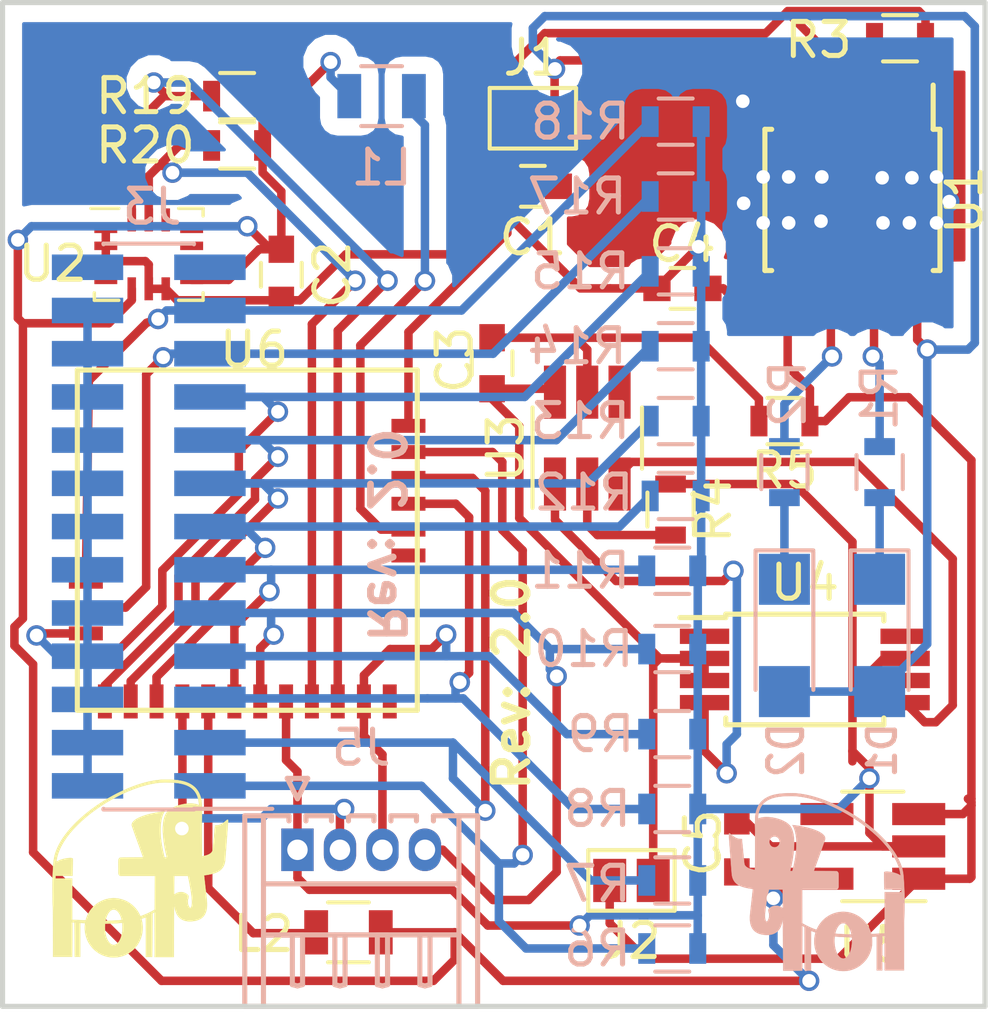
<source format=kicad_pcb>
(kicad_pcb (version 4) (host pcbnew 4.0.6)
  (title_block (title Insoles_Board) (date 2018-03-14) (rev 1.1) (company MAmIoT) (comment 1 "Dobrescu Cosmin Constantin"))
  (layers (0 F.Cu signal) (31 B.Cu signal) (34 B.Paste user) (35 F.Paste user) (36 B.SilkS user) (37 F.SilkS user) (38 B.Mask user) (39 F.Mask user) (44 Edge.Cuts user))
  (net 0 "")
  (net 1 "Net-(C1-Pad1)")
  (net 2 GND)
  (net 3 +2V5)
  (net 4 "Net-(C3-Pad1)")
  (net 5 B+)
  (net 6 /FSR0)
  (net 7 /FSR1)
  (net 8 /FSR2)
  (net 9 /FSR3)
  (net 10 /FSR4)
  (net 11 /FSR5)
  (net 12 /FSR6)
  (net 13 /FSR7)
  (net 14 /FSR8)
  (net 15 /FSR9)
  (net 16 /FSR10)
  (net 17 /FSR11)
  (net 18 /V_CNTRL)
  (net 19 "Net-(R3-Pad1)")
  (net 20 "Net-(R4-Pad1)")
  (net 21 /SCL)
  (net 22 /SDA)
  (net 23 "Net-(U2-Pad12)")
  (net 24 "Net-(U2-Pad4)")
  (net 25 "Net-(U2-Pad9)")
  (net 26 "Net-(U2-Pad10)")
  (net 27 "Net-(U2-Pad11)")
  (net 28 "Net-(U3-Pad1)")
  (net 29 "Net-(U3-Pad3)")
  (net 30 "Net-(U3-Pad4)")
  (net 31 "Net-(U4-Pad1)")
  (net 32 "Net-(U4-Pad8)")
  (net 33 "Net-(U5-Pad4)")
  (net 34 "Net-(U6-Pad7)")
  (net 35 "Net-(U6-Pad6)")
  (net 36 GND_BAT)
  (net 37 "Net-(L2-Pad2)")
  (net 38 "Net-(L1-Pad2)")
  (net 39 "Net-(J3-Pad25)")
  (net 40 "Net-(J3-Pad26)")
  (net 41 "Net-(J5-Pad2)")
  (net 42 "Net-(R2-Pad1)")
  (net 43 "Net-(R1-Pad1)")
  (net 44 "Net-(D1-Pad1)")
  (net 45 "Net-(D2-Pad1)")
  (net 46 "Net-(U1-Pad9)")
  (module Capacitors_SMD:C_0603 (layer F.Cu) (at 177.6 106.4 180)
    (fp_text reference C1 (at 0 -1.5 180) (layer F.SilkS))
    (fp_text value 0.1uF)
    (pad 2 smd rect (at 0.75 0 180) (size 0.8 0.75) (layers F.Cu F.Paste F.Mask) (net 2 GND))
    (pad 1 smd rect (at -0.75 0 180) (size 0.8 0.75) (layers F.Cu F.Paste F.Mask) (net 1 "Net-(C1-Pad1)"))
  )
  (module Capacitors_SMD:C_0603 (layer F.Cu) (at 170.2 109 270)
    (fp_text reference C2 (at 0 -1.5 270) (layer F.SilkS))
    (fp_text value 1uF)
    (pad 2 smd rect (at 0.75 0 270) (size 0.8 0.75) (layers F.Cu F.Paste F.Mask) (net 2 GND))
    (pad 1 smd rect (at -0.75 0 270) (size 0.8 0.75) (layers F.Cu F.Paste F.Mask) (net 3 +2V5))
  )
  (module Capacitors_SMD:C_0603 (layer F.Cu) (at 176.4 111.6 270)
    (fp_text reference C3 (at -0.1 1.1 270) (layer F.SilkS))
    (fp_text value 0.1uF)
    (pad 2 smd rect (at 0.75 0 270) (size 0.8 0.75) (layers F.Cu F.Paste F.Mask) (net 36 GND_BAT))
    (pad 1 smd rect (at -0.75 0 270) (size 0.8 0.75) (layers F.Cu F.Paste F.Mask) (net 4 "Net-(C3-Pad1)"))
  )
  (module Capacitors_SMD:C_0603 (layer F.Cu) (at 182 109.4 180)
    (fp_text reference C4 (at 0 1.3 180) (layer F.SilkS))
    (fp_text value 10uF)
    (pad 2 smd rect (at 0.75 0 180) (size 0.8 0.75) (layers F.Cu F.Paste F.Mask) (net 2 GND))
    (pad 1 smd rect (at -0.75 0 180) (size 0.8 0.75) (layers F.Cu F.Paste F.Mask) (net 5 B+))
  )
  (module Capacitors_SMD:C_0603 (layer F.Cu) (at 183.6 125.8 270)
    (fp_text reference C5 (at -0.1 1 270) (layer F.SilkS))
    (fp_text value 1uF)
    (pad 2 smd rect (at 0.75 0 270) (size 0.8 0.75) (layers F.Cu F.Paste F.Mask) (net 3 +2V5))
    (pad 1 smd rect (at -0.75 0 270) (size 0.8 0.75) (layers F.Cu F.Paste F.Mask) (net 2 GND))
  )
  (module Connectors:GS2 (layer F.Cu) (at 177.6 104.4 90)
    (fp_text reference J1 (at 1.78 0 180) (layer F.SilkS))
    (fp_text value CONN_Qi_RECEIVER)
    (pad 1 smd rect (at 0 -0.64 90) (size 1.27 0.97) (layers F.Cu F.Paste F.Mask) (net 2 GND))
    (pad 2 smd rect (at 0 0.64 90) (size 1.27 0.97) (layers F.Cu F.Paste F.Mask) (net 1 "Net-(C1-Pad1)"))
  )
  (module Connectors:GS2 (layer F.Cu) (at 180.5 126.8 270)
    (fp_text reference J2 (at 1.78 0 360) (layer F.SilkS))
    (fp_text value CONN_BATTERY)
    (pad 1 smd rect (at 0 -0.64 270) (size 1.27 0.97) (layers F.Cu F.Paste F.Mask) (net 36 GND_BAT))
    (pad 2 smd rect (at 0 0.64 270) (size 1.27 0.97) (layers F.Cu F.Paste F.Mask) (net 5 B+))
  )
  (module Socket_Strips:Socket_Strip_Straight_2x13_Pitch1.27mm_SMD (layer B.Cu) (at 166.3 116.4)
    (fp_text reference J3 (at 0.1 -9.4) (layer B.SilkS) (effects (justify mirror)))
    (fp_text value CONN_02X13)
    (pad 1 smd rect (at 1.8 7.62) (size 2.1 0.75) (layers B.Cu B.Paste B.Mask) (net 6 /FSR0))
    (pad 2 smd rect (at -1.8 7.62) (size 2.1 0.75) (layers B.Cu B.Paste B.Mask) (net 18 /V_CNTRL))
    (pad 3 smd rect (at 1.8 6.35) (size 2.1 0.75) (layers B.Cu B.Paste B.Mask) (net 7 /FSR1))
    (pad 4 smd rect (at -1.8 6.35) (size 2.1 0.75) (layers B.Cu B.Paste B.Mask) (net 18 /V_CNTRL))
    (pad 5 smd rect (at 1.8 5.08) (size 2.1 0.75) (layers B.Cu B.Paste B.Mask) (net 8 /FSR2))
    (pad 6 smd rect (at -1.8 5.08) (size 2.1 0.75) (layers B.Cu B.Paste B.Mask) (net 18 /V_CNTRL))
    (pad 7 smd rect (at 1.8 3.81) (size 2.1 0.75) (layers B.Cu B.Paste B.Mask) (net 9 /FSR3))
    (pad 8 smd rect (at -1.8 3.81) (size 2.1 0.75) (layers B.Cu B.Paste B.Mask) (net 18 /V_CNTRL))
    (pad 9 smd rect (at 1.8 2.54) (size 2.1 0.75) (layers B.Cu B.Paste B.Mask) (net 10 /FSR4))
    (pad 10 smd rect (at -1.8 2.54) (size 2.1 0.75) (layers B.Cu B.Paste B.Mask) (net 18 /V_CNTRL))
    (pad 11 smd rect (at 1.8 1.27) (size 2.1 0.75) (layers B.Cu B.Paste B.Mask) (net 11 /FSR5))
    (pad 12 smd rect (at -1.8 1.27) (size 2.1 0.75) (layers B.Cu B.Paste B.Mask) (net 18 /V_CNTRL))
    (pad 13 smd rect (at 1.8 0) (size 2.1 0.75) (layers B.Cu B.Paste B.Mask) (net 12 /FSR6))
    (pad 14 smd rect (at -1.8 0) (size 2.1 0.75) (layers B.Cu B.Paste B.Mask) (net 18 /V_CNTRL))
    (pad 15 smd rect (at 1.8 -1.27) (size 2.1 0.75) (layers B.Cu B.Paste B.Mask) (net 13 /FSR7))
    (pad 16 smd rect (at -1.8 -1.27) (size 2.1 0.75) (layers B.Cu B.Paste B.Mask) (net 18 /V_CNTRL))
    (pad 17 smd rect (at 1.8 -2.54) (size 2.1 0.75) (layers B.Cu B.Paste B.Mask) (net 14 /FSR8))
    (pad 18 smd rect (at -1.8 -2.54) (size 2.1 0.75) (layers B.Cu B.Paste B.Mask) (net 18 /V_CNTRL))
    (pad 19 smd rect (at 1.8 -3.81) (size 2.1 0.75) (layers B.Cu B.Paste B.Mask) (net 15 /FSR9))
    (pad 20 smd rect (at -1.8 -3.81) (size 2.1 0.75) (layers B.Cu B.Paste B.Mask) (net 18 /V_CNTRL))
    (pad 21 smd rect (at 1.8 -5.08) (size 2.1 0.75) (layers B.Cu B.Paste B.Mask) (net 16 /FSR10))
    (pad 22 smd rect (at -1.8 -5.08) (size 2.1 0.75) (layers B.Cu B.Paste B.Mask) (net 18 /V_CNTRL))
    (pad 23 smd rect (at 1.8 -6.35) (size 2.1 0.75) (layers B.Cu B.Paste B.Mask) (net 17 /FSR11))
    (pad 24 smd rect (at -1.8 -6.35) (size 2.1 0.75) (layers B.Cu B.Paste B.Mask) (net 18 /V_CNTRL))
    (pad 25 smd rect (at 1.8 -7.62) (size 2.1 0.75) (layers B.Cu B.Paste B.Mask) (net 39 "Net-(J3-Pad25)"))
    (pad 26 smd rect (at -1.8 -7.62) (size 2.1 0.75) (layers B.Cu B.Paste B.Mask) (net 40 "Net-(J3-Pad26)"))
  )
  (module Resistors_SMD:R_0603 (layer F.Cu) (at 188.4 102.05)
    (fp_text reference R3 (at -2.4 0.05) (layer F.SilkS))
    (fp_text value 6k)
    (pad 1 smd rect (at -0.75 0) (size 0.5 0.9) (layers F.Cu F.Paste F.Mask) (net 19 "Net-(R3-Pad1)"))
    (pad 2 smd rect (at 0.75 0) (size 0.5 0.9) (layers F.Cu F.Paste F.Mask) (net 2 GND))
  )
  (module Resistors_SMD:R_0603 (layer F.Cu) (at 181.65 115.9 90)
    (fp_text reference R4 (at 0 1.25 90) (layer F.SilkS))
    (fp_text value 1k)
    (pad 1 smd rect (at -0.75 0 90) (size 0.5 0.9) (layers F.Cu F.Paste F.Mask) (net 20 "Net-(R4-Pad1)"))
    (pad 2 smd rect (at 0.75 0 90) (size 0.5 0.9) (layers F.Cu F.Paste F.Mask) (net 2 GND))
  )
  (module Resistors_SMD:R_0603 (layer F.Cu) (at 185 113.3 180)
    (fp_text reference R5 (at 0 -1.45 180) (layer F.SilkS))
    (fp_text value 100)
    (pad 1 smd rect (at -0.75 0 180) (size 0.5 0.9) (layers F.Cu F.Paste F.Mask) (net 5 B+))
    (pad 2 smd rect (at 0.75 0 180) (size 0.5 0.9) (layers F.Cu F.Paste F.Mask) (net 4 "Net-(C3-Pad1)"))
  )
  (module Resistors_SMD:R_0603 (layer B.Cu) (at 181.7 128.8 180)
    (fp_text reference R6 (at 2.2 0 180) (layer B.SilkS) (effects (justify mirror)))
    (fp_text value 10k)
    (pad 1 smd rect (at -0.75 0 180) (size 0.5 0.9) (layers B.Cu B.Paste B.Mask) (net 2 GND))
    (pad 2 smd rect (at 0.75 0 180) (size 0.5 0.9) (layers B.Cu B.Paste B.Mask) (net 6 /FSR0))
  )
  (module Resistors_SMD:R_0603 (layer B.Cu) (at 181.7 126.8 180)
    (fp_text reference R7 (at 2.2 -0.1 180) (layer B.SilkS) (effects (justify mirror)))
    (fp_text value 10k)
    (pad 1 smd rect (at -0.75 0 180) (size 0.5 0.9) (layers B.Cu B.Paste B.Mask) (net 2 GND))
    (pad 2 smd rect (at 0.75 0 180) (size 0.5 0.9) (layers B.Cu B.Paste B.Mask) (net 7 /FSR1))
  )
  (module Resistors_SMD:R_0603 (layer B.Cu) (at 181.7 124.7 180)
    (fp_text reference R8 (at 2.2 0 180) (layer B.SilkS) (effects (justify mirror)))
    (fp_text value 10k)
    (pad 1 smd rect (at -0.75 0 180) (size 0.5 0.9) (layers B.Cu B.Paste B.Mask) (net 2 GND))
    (pad 2 smd rect (at 0.75 0 180) (size 0.5 0.9) (layers B.Cu B.Paste B.Mask) (net 8 /FSR2))
  )
  (module Resistors_SMD:R_0603 (layer B.Cu) (at 181.7 122.5 180)
    (fp_text reference R9 (at 2.1 0 180) (layer B.SilkS) (effects (justify mirror)))
    (fp_text value 10k)
    (pad 1 smd rect (at -0.75 0 180) (size 0.5 0.9) (layers B.Cu B.Paste B.Mask) (net 2 GND))
    (pad 2 smd rect (at 0.75 0 180) (size 0.5 0.9) (layers B.Cu B.Paste B.Mask) (net 9 /FSR3))
  )
  (module Resistors_SMD:R_0603 (layer B.Cu) (at 181.7 120 180)
    (fp_text reference R10 (at 2.6 0 180) (layer B.SilkS) (effects (justify mirror)))
    (fp_text value 10k)
    (pad 1 smd rect (at -0.75 0 180) (size 0.5 0.9) (layers B.Cu B.Paste B.Mask) (net 2 GND))
    (pad 2 smd rect (at 0.75 0 180) (size 0.5 0.9) (layers B.Cu B.Paste B.Mask) (net 10 /FSR4))
  )
  (module Resistors_SMD:R_0603 (layer B.Cu) (at 181.7 117.7 180)
    (fp_text reference R11 (at 2.7 0 180) (layer B.SilkS) (effects (justify mirror)))
    (fp_text value 10k)
    (pad 1 smd rect (at -0.75 0 180) (size 0.5 0.9) (layers B.Cu B.Paste B.Mask) (net 2 GND))
    (pad 2 smd rect (at 0.75 0 180) (size 0.5 0.9) (layers B.Cu B.Paste B.Mask) (net 11 /FSR5))
  )
  (module Resistors_SMD:R_0603 (layer B.Cu) (at 181.8 115.5 180)
    (fp_text reference R12 (at 2.7 0.1 180) (layer B.SilkS) (effects (justify mirror)))
    (fp_text value 10k)
    (pad 1 smd rect (at -0.75 0 180) (size 0.5 0.9) (layers B.Cu B.Paste B.Mask) (net 2 GND))
    (pad 2 smd rect (at 0.75 0 180) (size 0.5 0.9) (layers B.Cu B.Paste B.Mask) (net 12 /FSR6))
  )
  (module Resistors_SMD:R_0603 (layer B.Cu) (at 181.8 113.3 180)
    (fp_text reference R13 (at 2.8 0 180) (layer B.SilkS) (effects (justify mirror)))
    (fp_text value 10k)
    (pad 1 smd rect (at -0.75 0 180) (size 0.5 0.9) (layers B.Cu B.Paste B.Mask) (net 2 GND))
    (pad 2 smd rect (at 0.75 0 180) (size 0.5 0.9) (layers B.Cu B.Paste B.Mask) (net 13 /FSR7))
  )
  (module Resistors_SMD:R_0603 (layer B.Cu) (at 181.8 111.1 180)
    (fp_text reference R14 (at 2.9 0 180) (layer B.SilkS) (effects (justify mirror)))
    (fp_text value 10k)
    (pad 1 smd rect (at -0.75 0 180) (size 0.5 0.9) (layers B.Cu B.Paste B.Mask) (net 2 GND))
    (pad 2 smd rect (at 0.75 0 180) (size 0.5 0.9) (layers B.Cu B.Paste B.Mask) (net 14 /FSR8))
  )
  (module Resistors_SMD:R_0603 (layer B.Cu) (at 181.8 108.9 180)
    (fp_text reference R15 (at 2.8 0 180) (layer B.SilkS) (effects (justify mirror)))
    (fp_text value 10k)
    (pad 1 smd rect (at -0.75 0 180) (size 0.5 0.9) (layers B.Cu B.Paste B.Mask) (net 2 GND))
    (pad 2 smd rect (at 0.75 0 180) (size 0.5 0.9) (layers B.Cu B.Paste B.Mask) (net 15 /FSR9))
  )
  (module Resistors_SMD:R_0603 (layer B.Cu) (at 181.8 106.7 180)
    (fp_text reference R17 (at 2.9 0 180) (layer B.SilkS) (effects (justify mirror)))
    (fp_text value 10k)
    (pad 1 smd rect (at -0.75 0 180) (size 0.5 0.9) (layers B.Cu B.Paste B.Mask) (net 2 GND))
    (pad 2 smd rect (at 0.75 0 180) (size 0.5 0.9) (layers B.Cu B.Paste B.Mask) (net 16 /FSR10))
  )
  (module Resistors_SMD:R_0603 (layer B.Cu) (at 181.8 104.5 180)
    (fp_text reference R18 (at 2.8 0 180) (layer B.SilkS) (effects (justify mirror)))
    (fp_text value 10k)
    (pad 1 smd rect (at -0.75 0 180) (size 0.5 0.9) (layers B.Cu B.Paste B.Mask) (net 2 GND))
    (pad 2 smd rect (at 0.75 0 180) (size 0.5 0.9) (layers B.Cu B.Paste B.Mask) (net 17 /FSR11))
  )
  (module Resistors_SMD:R_0603 (layer F.Cu) (at 168.9 103.75 180)
    (fp_text reference R19 (at 2.7 0 180) (layer F.SilkS))
    (fp_text value 10k)
    (pad 1 smd rect (at -0.75 0 180) (size 0.5 0.9) (layers F.Cu F.Paste F.Mask) (net 3 +2V5))
    (pad 2 smd rect (at 0.75 0 180) (size 0.5 0.9) (layers F.Cu F.Paste F.Mask) (net 22 /SDA))
  )
  (module Resistors_SMD:R_0603 (layer F.Cu) (at 168.9 105.2 180)
    (fp_text reference R20 (at 2.7 0 180) (layer F.SilkS))
    (fp_text value 10k)
    (pad 1 smd rect (at -0.75 0 180) (size 0.5 0.9) (layers F.Cu F.Paste F.Mask) (net 3 +2V5))
    (pad 2 smd rect (at 0.75 0 180) (size 0.5 0.9) (layers F.Cu F.Paste F.Mask) (net 21 /SCL))
  )
  (module Housings_LGA:Bosch_LGA-14_3x2.5mm_Pitch0.5mm (layer F.Cu) (at 166.3 108.4)
    (fp_text reference U2 (at -2.825 0.275) (layer F.SilkS))
    (fp_text value ISM330DLC)
    (pad 13 smd rect (at 0 -1.0125) (size 0.25 0.675) (layers F.Cu F.Paste F.Mask) (net 21 /SCL))
    (pad 14 smd rect (at -0.5 -1.0125) (size 0.25 0.675) (layers F.Cu F.Paste F.Mask) (net 22 /SDA))
    (pad 12 smd rect (at 0.5 -1.0125) (size 0.25 0.675) (layers F.Cu F.Paste F.Mask) (net 23 "Net-(U2-Pad12)"))
    (pad 5 smd rect (at -0.5 1.0125) (size 0.25 0.675) (layers F.Cu F.Paste F.Mask) (net 3 +2V5))
    (pad 6 smd rect (at 0 1.0125) (size 0.25 0.675) (layers F.Cu F.Paste F.Mask) (net 2 GND))
    (pad 7 smd rect (at 0.5 1.0125) (size 0.25 0.675) (layers F.Cu F.Paste F.Mask) (net 2 GND))
    (pad 1 smd rect (at -1.2625 -0.75) (size 0.675 0.25) (layers F.Cu F.Paste F.Mask) (net 2 GND))
    (pad 2 smd rect (at -1.2625 -0.25) (size 0.675 0.25) (layers F.Cu F.Paste F.Mask) (net 2 GND))
    (pad 3 smd rect (at -1.2625 0.25) (size 0.675 0.25) (layers F.Cu F.Paste F.Mask) (net 2 GND))
    (pad 4 smd rect (at -1.2625 0.75) (size 0.675 0.25) (layers F.Cu F.Paste F.Mask) (net 24 "Net-(U2-Pad4)"))
    (pad 8 smd rect (at 1.2625 0.75) (size 0.675 0.25) (layers F.Cu F.Paste F.Mask) (net 3 +2V5))
    (pad 9 smd rect (at 1.2625 0.25) (size 0.675 0.25) (layers F.Cu F.Paste F.Mask) (net 25 "Net-(U2-Pad9)"))
    (pad 10 smd rect (at 1.2625 -0.25) (size 0.675 0.25) (layers F.Cu F.Paste F.Mask) (net 26 "Net-(U2-Pad10)"))
    (pad 11 smd rect (at 1.2625 -0.75) (size 0.675 0.25) (layers F.Cu F.Paste F.Mask) (net 27 "Net-(U2-Pad11)"))
  )
  (module TO_SOT_Packages_SMD:SOT-23-6_Handsoldering (layer F.Cu) (at 179.2 113.8 90)
    (fp_text reference U3 (at -0.3 -2.4 90) (layer F.SilkS))
    (fp_text value DW01A)
    (pad 1 smd rect (at -1.35 -0.95 90) (size 1.56 0.65) (layers F.Cu F.Paste F.Mask) (net 28 "Net-(U3-Pad1)"))
    (pad 2 smd rect (at -1.35 0 90) (size 1.56 0.65) (layers F.Cu F.Paste F.Mask) (net 20 "Net-(R4-Pad1)"))
    (pad 3 smd rect (at -1.35 0.95 90) (size 1.56 0.65) (layers F.Cu F.Paste F.Mask) (net 29 "Net-(U3-Pad3)"))
    (pad 4 smd rect (at 1.35 0.95 90) (size 1.56 0.65) (layers F.Cu F.Paste F.Mask) (net 30 "Net-(U3-Pad4)"))
    (pad 6 smd rect (at 1.35 -0.95 90) (size 1.56 0.65) (layers F.Cu F.Paste F.Mask) (net 36 GND_BAT))
    (pad 5 smd rect (at 1.35 0 90) (size 1.56 0.65) (layers F.Cu F.Paste F.Mask) (net 4 "Net-(C3-Pad1)"))
  )
  (module Housings_SSOP:TSSOP-8_4.4x3mm_Pitch0.65mm (layer F.Cu) (at 185.6 120.6)
    (fp_text reference U4 (at 0 -2.55) (layer F.SilkS))
    (fp_text value FS8205A)
    (pad 1 smd rect (at -2.95 -0.975) (size 1.45 0.45) (layers F.Cu F.Paste F.Mask) (net 31 "Net-(U4-Pad1)"))
    (pad 2 smd rect (at -2.95 -0.325) (size 1.45 0.45) (layers F.Cu F.Paste F.Mask) (net 36 GND_BAT))
    (pad 3 smd rect (at -2.95 0.325) (size 1.45 0.45) (layers F.Cu F.Paste F.Mask) (net 36 GND_BAT))
    (pad 4 smd rect (at -2.95 0.975) (size 1.45 0.45) (layers F.Cu F.Paste F.Mask) (net 28 "Net-(U3-Pad1)"))
    (pad 5 smd rect (at 2.95 0.975) (size 1.45 0.45) (layers F.Cu F.Paste F.Mask) (net 29 "Net-(U3-Pad3)"))
    (pad 6 smd rect (at 2.95 0.325) (size 1.45 0.45) (layers F.Cu F.Paste F.Mask) (net 2 GND))
    (pad 7 smd rect (at 2.95 -0.325) (size 1.45 0.45) (layers F.Cu F.Paste F.Mask) (net 2 GND))
    (pad 8 smd rect (at 2.95 -0.975) (size 1.45 0.45) (layers F.Cu F.Paste F.Mask) (net 32 "Net-(U4-Pad8)"))
  )
  (module TO_SOT_Packages_SMD:SOT-23-5_HandSoldering (layer F.Cu) (at 187.6 125.8 180)
    (fp_text reference U5 (at 0 -2.9 180) (layer F.SilkS))
    (fp_text value ADP150)
    (pad 1 smd rect (at -1.35 -0.95 180) (size 1.56 0.65) (layers F.Cu F.Paste F.Mask) (net 5 B+))
    (pad 2 smd rect (at -1.35 0 180) (size 1.56 0.65) (layers F.Cu F.Paste F.Mask) (net 2 GND))
    (pad 3 smd rect (at -1.35 0.95 180) (size 1.56 0.65) (layers F.Cu F.Paste F.Mask) (net 5 B+))
    (pad 4 smd rect (at 1.35 0.95 180) (size 1.56 0.65) (layers F.Cu F.Paste F.Mask) (net 33 "Net-(U5-Pad4)"))
    (pad 5 smd rect (at 1.35 -0.95 180) (size 1.56 0.65) (layers F.Cu F.Paste F.Mask) (net 3 +2V5))
  )
  (module Digikey_EZ_BLE:CYBLE-222014-00 (layer F.Cu) (at 174.2 111.8)
    (fp_text reference U6 (at -4.8 -0.6) (layer F.SilkS))
    (fp_text value CYBLE-222014-01)
    (pad 6 smd rect (at -0.26 5.45) (size 1 0.41) (layers F.Cu F.Paste F.Mask) (net 35 "Net-(U6-Pad6)"))
    (pad 22 smd rect (at -9.75 6.22) (size 1 0.41) (layers F.Cu F.Paste F.Mask) (net 17 /FSR11))
    (pad 21 smd rect (at -9.75 6.98) (size 1 0.41) (layers F.Cu F.Paste F.Mask) (net 16 /FSR10))
    (pad 20 smd rect (at -9.75 7.74) (size 1 0.41) (layers F.Cu F.Paste F.Mask) (net 18 /V_CNTRL))
    (pad 19 smd rect (at -9.75 8.5) (size 1 0.41) (layers F.Cu F.Paste F.Mask) (net 15 /FSR9))
    (pad 18 smd rect (at -9.19 9.74 90) (size 1 0.41) (layers F.Cu F.Paste F.Mask) (net 14 /FSR8))
    (pad 17 smd rect (at -8.43 9.74 90) (size 1 0.41) (layers F.Cu F.Paste F.Mask) (net 13 /FSR7))
    (pad 16 smd rect (at -7.67 9.74 90) (size 1 0.41) (layers F.Cu F.Paste F.Mask) (net 12 /FSR6))
    (pad 15 smd rect (at -6.91 9.74 90) (size 1 0.41) (layers F.Cu F.Paste F.Mask) (net 41 "Net-(J5-Pad2)"))
    (pad 14 smd rect (at -6.15 9.74 90) (size 1 0.41) (layers F.Cu F.Paste F.Mask) (net 37 "Net-(L2-Pad2)"))
    (pad 13 smd rect (at -5.38 9.74 90) (size 1 0.41) (layers F.Cu F.Paste F.Mask) (net 11 /FSR5))
    (pad 12 smd rect (at -4.62 9.74 90) (size 1 0.41) (layers F.Cu F.Paste F.Mask) (net 10 /FSR4))
    (pad 11 smd rect (at -3.86 9.74 90) (size 1 0.41) (layers F.Cu F.Paste F.Mask) (net 2 GND))
    (pad 10 smd rect (at -3.1 9.74 90) (size 1 0.41) (layers F.Cu F.Paste F.Mask) (net 21 /SCL))
    (pad 9 smd rect (at -2.34 9.74 90) (size 1 0.41) (layers F.Cu F.Paste F.Mask) (net 22 /SDA))
    (pad 8 smd rect (at -1.57 9.74 90) (size 1 0.41) (layers F.Cu F.Paste F.Mask) (net 9 /FSR3))
    (pad 7 smd rect (at -0.81 9.74 90) (size 1 0.41) (layers F.Cu F.Paste F.Mask) (net 34 "Net-(U6-Pad7)"))
    (pad 5 smd rect (at -0.26 4.69) (size 1 0.41) (layers F.Cu F.Paste F.Mask) (net 38 "Net-(L1-Pad2)"))
    (pad 4 smd rect (at -0.26 3.93) (size 1 0.41) (layers F.Cu F.Paste F.Mask) (net 8 /FSR2))
    (pad 3 smd rect (at -0.26 3.17) (size 1 0.41) (layers F.Cu F.Paste F.Mask) (net 7 /FSR1))
    (pad 2 smd rect (at -0.26 2.41) (size 1 0.41) (layers F.Cu F.Paste F.Mask) (net 6 /FSR0))
    (pad 1 smd rect (at -0.26 1.64) (size 1 0.41) (layers F.Cu F.Paste F.Mask) (net 2 GND))
  )
  (module Resistors_SMD:R_0603 (layer B.Cu) (at 187.8 114.8 270)
    (fp_text reference R1 (at -2.2 0 270) (layer B.SilkS) (effects (justify mirror)))
    (fp_text value 1k)
    (pad 1 smd rect (at -0.75 0 270) (size 0.5 0.9) (layers B.Cu B.Paste B.Mask) (net 43 "Net-(R1-Pad1)"))
    (pad 2 smd rect (at 0.75 0 270) (size 0.5 0.9) (layers B.Cu B.Paste B.Mask) (net 44 "Net-(D1-Pad1)"))
  )
  (module Resistors_SMD:R_0603 (layer B.Cu) (at 185 114.8 270)
    (fp_text reference R2 (at -2.3 -0.1 270) (layer B.SilkS) (effects (justify mirror)))
    (fp_text value 1k)
    (pad 1 smd rect (at -0.75 0 270) (size 0.5 0.9) (layers B.Cu B.Paste B.Mask) (net 42 "Net-(R2-Pad1)"))
    (pad 2 smd rect (at 0.75 0 270) (size 0.5 0.9) (layers B.Cu B.Paste B.Mask) (net 45 "Net-(D2-Pad1)"))
  )
  (module LEDs:LED_1206 (layer B.Cu) (at 187.8 119.6 270)
    (fp_text reference D1 (at 3.375 -0.075 270) (layer B.SilkS) (effects (font (size 0.8 0.8)) (justify mirror)))
    (fp_text value LED)
    (pad 2 smd rect (at 1.65 0 90) (size 1.5 1.5) (layers B.Cu B.Paste B.Mask) (net 1 "Net-(C1-Pad1)"))
    (pad 1 smd rect (at -1.65 0 90) (size 1.5 1.5) (layers B.Cu B.Paste B.Mask) (net 44 "Net-(D1-Pad1)"))
  )
  (module LEDs:LED_1206 (layer B.Cu) (at 185 119.6 270)
    (fp_text reference D2 (at 3.375 -0.05 270) (layer B.SilkS) (effects (font (size 1 0.8)) (justify mirror)))
    (fp_text value LED)
    (pad 2 smd rect (at 1.65 0 90) (size 1.5 1.5) (layers B.Cu B.Paste B.Mask) (net 1 "Net-(C1-Pad1)"))
    (pad 1 smd rect (at -1.65 0 90) (size 1.5 1.5) (layers B.Cu B.Paste B.Mask) (net 45 "Net-(D2-Pad1)"))
  )
  (module Connectors_Hirose:Hirose_DF13-04P-1.25DS_04x1.25mm_Angled (layer B.Cu) (at 170.675 125.9)
    (fp_text reference J5 (at 1.875 -3) (layer B.SilkS) (effects (justify mirror)))
    (fp_text value SWD)
    (pad 1 thru_hole rect (at 0 0) (size 0.95 1.25) (drill 0.6) (layers *.Cu *.Mask) (net 2 GND))
    (pad 2 thru_hole oval (at 1.25 0) (size 0.95 1.25) (drill 0.6) (layers *.Cu *.Mask) (net 41 "Net-(J5-Pad2)"))
    (pad 3 thru_hole oval (at 2.5 0) (size 0.95 1.25) (drill 0.6) (layers *.Cu *.Mask) (net 9 /FSR3))
    (pad 4 thru_hole oval (at 3.75 0) (size 0.95 1.25) (drill 0.6) (layers *.Cu *.Mask) (net 10 /FSR4))
  )
  (module Housings_SOIC:Diodes_PSOP-8 (layer F.Cu) (at 187 106.8 270)
    (fp_text reference U1 (at 0 -3.3 270) (layer F.SilkS))
    (fp_text value TP4056)
    (pad 1 smd rect (at -2.7 -1.905 270) (size 1.5 0.65) (layers F.Cu F.Paste F.Mask) (net 2 GND))
    (pad 2 smd rect (at -2.7 -0.635 270) (size 1.5 0.65) (layers F.Cu F.Paste F.Mask) (net 19 "Net-(R3-Pad1)"))
    (pad 3 smd rect (at -2.7 0.635 270) (size 1.5 0.65) (layers F.Cu F.Paste F.Mask) (net 2 GND))
    (pad 4 smd rect (at -2.7 1.905 270) (size 1.5 0.65) (layers F.Cu F.Paste F.Mask) (net 1 "Net-(C1-Pad1)"))
    (pad 5 smd rect (at 2.7 1.905 270) (size 1.5 0.65) (layers F.Cu F.Paste F.Mask) (net 5 B+))
    (pad 6 smd rect (at 2.7 0.635 270) (size 1.5 0.65) (layers F.Cu F.Paste F.Mask) (net 42 "Net-(R2-Pad1)"))
    (pad 7 smd rect (at 2.7 -0.635 270) (size 1.5 0.65) (layers F.Cu F.Paste F.Mask) (net 43 "Net-(R1-Pad1)"))
    (pad 8 smd rect (at 2.7 -1.905 270) (size 1.5 0.65) (layers F.Cu F.Paste F.Mask) (net 1 "Net-(C1-Pad1)"))
    (pad 9 smd rect (at 0.675 0.9 270) (size 1.35 1.8) (layers F.Cu F.Paste F.Mask) (net 46 "Net-(U1-Pad9)"))
    (pad 9 smd rect (at 0.675 -0.9 270) (size 1.35 1.8) (layers F.Cu F.Paste F.Mask) (net 46 "Net-(U1-Pad9)"))
    (pad 9 smd rect (at -0.675 0.9 270) (size 1.35 1.8) (layers F.Cu F.Paste F.Mask) (net 46 "Net-(U1-Pad9)"))
    (pad 9 smd rect (at -0.675 -0.9 270) (size 1.35 1.8) (layers F.Cu F.Paste F.Mask) (net 46 "Net-(U1-Pad9)"))
  )
  (module Graphics:logo_mamiot_V2 (layer F.Cu) (at 166.05 126.45)
    (fp_text reference G*** hide)
    (fp_text value LOGO hide)
  )
  (module Graphics:logo_mamiot_V2 (layer B.Cu) (at 185.95 126.85 180)
    (fp_text reference G*** hide)
    (fp_text value LOGO hide)
  )
  (module Inductors_SMD:L_0805 (layer B.Cu) (at 173.15 103.75)
    (fp_text reference L1 (at 0 2.1) (layer B.SilkS) (effects (justify mirror)))
    (fp_text value "300ohm 100MHz")
    (pad 1 smd rect (at -0.95 0) (size 0.7 1.3) (layers B.Cu B.Paste B.Mask) (net 3 +2V5))
    (pad 2 smd rect (at 0.95 0) (size 0.7 1.3) (layers B.Cu B.Paste B.Mask) (net 38 "Net-(L1-Pad2)"))
  )
  (module Inductors_SMD:L_0805 (layer F.Cu) (at 172.175 128.325 180)
    (fp_text reference L2 (at 2.5 -0.05 180) (layer F.SilkS))
    (fp_text value "300ohm 100MHz")
    (pad 1 smd rect (at -0.95 0 180) (size 0.7 1.3) (layers F.Cu F.Paste F.Mask) (net 3 +2V5))
    (pad 2 smd rect (at 0.95 0 180) (size 0.7 1.3) (layers F.Cu F.Paste F.Mask) (net 37 "Net-(L2-Pad2)"))
  )
  (gr_text "Rev: 2.0" (at 173.275 116.65 270) (layer B.SilkS) (effects (font (size 1 1) (thickness 0.2)) (justify mirror)))
  (gr_text "Rev: 2.0" (at 176.975 121 90) (layer F.SilkS) (effects (font (size 1 1) (thickness 0.2))))
  (gr_line (start 162 101) (end 162 130.5) (angle 90) (layer Edge.Cuts) (width 0.15))
  (gr_line (start 190.9 101) (end 162 101) (angle 90) (layer Edge.Cuts) (width 0.15))
  (gr_line (start 190.9 130.5) (end 190.9 101) (angle 90) (layer Edge.Cuts) (width 0.15))
  (gr_line (start 162 130.5) (end 190.9 130.5) (angle 90) (layer Edge.Cuts) (width 0.15))
  (segment (start 189.2 111.2) (end 190.4 111.2) (width 0.25) (layer B.Cu) (net 1))
  (segment (start 178.24 102.94) (end 178.24 102.86) (width 0.25) (layer F.Cu) (net 1))
  (segment (start 178.25 102.95) (end 178.24 102.94) (width 0.25) (layer F.Cu) (net 1))
  (via (at 178.25 102.95) (size 0.6) (drill 0.4) (layers F.Cu B.Cu) (net 1))
  (segment (start 177.6 102.3) (end 178.25 102.95) (width 0.25) (layer B.Cu) (net 1))
  (segment (start 177.6 101.75) (end 177.6 102.3) (width 0.25) (layer B.Cu) (net 1))
  (segment (start 177.95 101.4) (end 177.6 101.75) (width 0.25) (layer B.Cu) (net 1))
  (segment (start 190.3 101.4) (end 177.95 101.4) (width 0.25) (layer B.Cu) (net 1))
  (segment (start 190.6 101.7) (end 190.3 101.4) (width 0.25) (layer B.Cu) (net 1))
  (segment (start 190.6 111) (end 190.6 101.7) (width 0.25) (layer B.Cu) (net 1))
  (segment (start 190.4 111.2) (end 190.6 111) (width 0.25) (layer B.Cu) (net 1))
  (segment (start 185.095 104.1) (end 185.095 103.295) (width 0.25) (layer F.Cu) (net 1))
  (segment (start 178.4 102.7) (end 183.7 102.7) (width 0.25) (layer F.Cu) (net 1))
  (segment (start 178.24 102.86) (end 178.4 102.7) (width 0.25) (layer F.Cu) (net 1))
  (segment (start 184.35 102.7) (end 183.7 102.7) (width 0.25) (layer F.Cu) (net 1))
  (segment (start 184.5 102.7) (end 184.35 102.7) (width 0.25) (layer F.Cu) (net 1))
  (segment (start 185.095 103.295) (end 184.5 102.7) (width 0.25) (layer F.Cu) (net 1))
  (segment (start 178.24 104.4) (end 178.24 102.86) (width 0.25) (layer F.Cu) (net 1))
  (segment (start 188.905 109.5) (end 188.905 110.905) (width 0.25) (layer F.Cu) (net 1))
  (via (at 189.2 111.2) (size 0.6) (drill 0.4) (layers F.Cu B.Cu) (net 1))
  (segment (start 188.905 110.905) (end 189.2 111.2) (width 0.25) (layer F.Cu) (net 1))
  (segment (start 189.2 111.2) (end 189.2 119.85) (width 0.25) (layer B.Cu) (net 1))
  (segment (start 189.2 119.85) (end 187.8 121.25) (width 0.25) (layer B.Cu) (net 1))
  (segment (start 185 121.25) (end 187.8 121.25) (width 0.25) (layer B.Cu) (net 1))
  (segment (start 178.24 104.4) (end 178.24 106.29) (width 0.25) (layer F.Cu) (net 1))
  (segment (start 178.24 106.29) (end 178.35 106.4) (width 0.25) (layer F.Cu) (net 1))
  (segment (start 181.25 109.4) (end 182.475 108.175) (width 0.25) (layer F.Cu) (net 2))
  (segment (start 182.55 108.25) (end 182.55 108.9) (width 0.25) (layer B.Cu) (net 2))
  (segment (start 182.475 108.175) (end 182.55 108.25) (width 0.25) (layer B.Cu) (net 2))
  (via (at 182.475 108.175) (size 0.6) (drill 0.4) (layers F.Cu B.Cu) (net 2))
  (segment (start 186.365 104.1) (end 186.365 102.565) (width 0.25) (layer F.Cu) (net 2))
  (segment (start 186.365 102.565) (end 185.075 101.275) (width 0.25) (layer F.Cu) (net 2))
  (segment (start 188.905 104.1) (end 188.905 103.095) (width 0.25) (layer F.Cu) (net 2))
  (segment (start 189.15 102.85) (end 189.15 102.05) (width 0.25) (layer F.Cu) (net 2))
  (segment (start 188.905 103.095) (end 189.15 102.85) (width 0.25) (layer F.Cu) (net 2))
  (segment (start 182.55 106.7) (end 182.55 104.5) (width 0.25) (layer B.Cu) (net 2))
  (segment (start 182.55 108.9) (end 182.55 106.7) (width 0.25) (layer B.Cu) (net 2))
  (segment (start 170.675 125.9) (end 170.675 126.725) (width 0.25) (layer F.Cu) (net 2))
  (segment (start 179.275 127.825) (end 182.45 127.825) (width 0.25) (layer B.Cu) (net 2))
  (segment (start 178.975 128.125) (end 179.275 127.825) (width 0.25) (layer B.Cu) (net 2))
  (via (at 178.975 128.125) (size 0.6) (drill 0.4) (layers F.Cu B.Cu) (net 2))
  (segment (start 176.275 128.125) (end 178.975 128.125) (width 0.25) (layer F.Cu) (net 2))
  (segment (start 175.225 127.075) (end 176.275 128.125) (width 0.25) (layer F.Cu) (net 2))
  (segment (start 171.025 127.075) (end 175.225 127.075) (width 0.25) (layer F.Cu) (net 2))
  (segment (start 170.675 126.725) (end 171.025 127.075) (width 0.25) (layer F.Cu) (net 2))
  (segment (start 170.675 125.9) (end 170.675 123.6) (width 0.25) (layer F.Cu) (net 2))
  (segment (start 170.34 123.265) (end 170.34 121.54) (width 0.25) (layer F.Cu) (net 2))
  (segment (start 170.675 123.6) (end 170.34 123.265) (width 0.25) (layer F.Cu) (net 2))
  (segment (start 182.55 108.9) (end 182.55 108.85) (width 0.25) (layer B.Cu) (net 2))
  (segment (start 183.6 125.05) (end 183.85 125.05) (width 0.25) (layer F.Cu) (net 2))
  (segment (start 183.85 125.05) (end 184.6 125.8) (width 0.25) (layer F.Cu) (net 2))
  (segment (start 184.6 125.8) (end 188.95 125.8) (width 0.25) (layer F.Cu) (net 2))
  (segment (start 187.5 123.8) (end 187.5 125.4) (width 0.25) (layer F.Cu) (net 2))
  (segment (start 187.5 125.4) (end 187.9 125.8) (width 0.25) (layer F.Cu) (net 2))
  (segment (start 188.95 125.8) (end 187.9 125.8) (width 0.25) (layer F.Cu) (net 2))
  (segment (start 182.55 108.9) (end 182.55 111.1) (width 0.25) (layer B.Cu) (net 2))
  (segment (start 182.45 120) (end 182.45 117.7) (width 0.25) (layer B.Cu) (net 2))
  (segment (start 182.45 117.7) (end 182.55 117.6) (width 0.25) (layer B.Cu) (net 2))
  (segment (start 182.55 117.6) (end 182.55 115.5) (width 0.25) (layer B.Cu) (net 2))
  (segment (start 170.2 109.75) (end 170.75 109.75) (width 0.25) (layer F.Cu) (net 2))
  (segment (start 172.1 108.4) (end 176.225 108.4) (width 0.25) (layer F.Cu) (net 2))
  (segment (start 170.75 109.75) (end 172.1 108.4) (width 0.25) (layer F.Cu) (net 2))
  (segment (start 173.94 113.44) (end 173.94 110.685) (width 0.25) (layer F.Cu) (net 2))
  (segment (start 173.94 110.685) (end 176.225 108.4) (width 0.25) (layer F.Cu) (net 2))
  (segment (start 176.85 107.775) (end 176.85 106.4) (width 0.25) (layer F.Cu) (net 2))
  (segment (start 176.225 108.4) (end 176.85 107.775) (width 0.25) (layer F.Cu) (net 2))
  (segment (start 187.5 123.8) (end 187.5 123.5) (width 0.25) (layer F.Cu) (net 2))
  (segment (start 187.5 123.5) (end 187 123) (width 0.25) (layer F.Cu) (net 2))
  (via (at 187.5 123.8) (size 0.6) (drill 0.4) (layers F.Cu B.Cu) (net 2))
  (segment (start 186.6 124.7) (end 187.5 123.8) (width 0.25) (layer B.Cu) (net 2))
  (segment (start 182.45 124.7) (end 186.6 124.7) (width 0.25) (layer B.Cu) (net 2))
  (segment (start 182.55 111.1) (end 182.55 113.3) (width 0.25) (layer B.Cu) (net 2))
  (segment (start 182.55 113.3) (end 182.55 115.5) (width 0.25) (layer B.Cu) (net 2))
  (segment (start 182.55 115.5) (end 182.45 115.6) (width 0.25) (layer B.Cu) (net 2))
  (segment (start 182.45 120) (end 182.45 122.5) (width 0.25) (layer B.Cu) (net 2))
  (segment (start 182.45 122.5) (end 182.45 124.7) (width 0.25) (layer B.Cu) (net 2))
  (segment (start 182.45 124.7) (end 182.45 126.8) (width 0.25) (layer B.Cu) (net 2))
  (segment (start 182.45 126.8) (end 182.45 127.825) (width 0.25) (layer B.Cu) (net 2))
  (segment (start 182.45 127.825) (end 182.45 128.8) (width 0.25) (layer B.Cu) (net 2))
  (segment (start 181.65 115.15) (end 185.3 115.15) (width 0.25) (layer F.Cu) (net 2))
  (segment (start 187 116.85) (end 187 121.2) (width 0.25) (layer F.Cu) (net 2))
  (segment (start 185.3 115.15) (end 187 116.85) (width 0.25) (layer F.Cu) (net 2))
  (segment (start 165.0375 107.65) (end 165.0375 108.15) (width 0.25) (layer F.Cu) (net 2))
  (segment (start 165.0375 108.15) (end 165.0375 108.65) (width 0.25) (layer F.Cu) (net 2))
  (segment (start 165.0375 108.65) (end 165.0875 108.6) (width 0.25) (layer F.Cu) (net 2))
  (segment (start 165.0875 108.6) (end 166.2 108.6) (width 0.25) (layer F.Cu) (net 2))
  (segment (start 166.2 108.6) (end 166.3 108.7) (width 0.25) (layer F.Cu) (net 2))
  (segment (start 166.3 108.7) (end 166.3 109.4125) (width 0.25) (layer F.Cu) (net 2))
  (segment (start 166.3 109.4125) (end 166.8 109.4125) (width 0.25) (layer F.Cu) (net 2))
  (segment (start 166.8 109.4125) (end 167.1375 109.75) (width 0.25) (layer F.Cu) (net 2))
  (segment (start 167.1375 109.75) (end 170.2 109.75) (width 0.25) (layer F.Cu) (net 2))
  (segment (start 189.15 102.05) (end 189.15 101.45) (width 0.25) (layer F.Cu) (net 2))
  (segment (start 176.96 102.89) (end 176.96 104.4) (width 0.25) (layer F.Cu) (net 2))
  (segment (start 177.95 101.9) (end 176.96 102.89) (width 0.25) (layer F.Cu) (net 2))
  (segment (start 184.45 101.9) (end 177.95 101.9) (width 0.25) (layer F.Cu) (net 2))
  (segment (start 185.1 101.25) (end 185.075 101.275) (width 0.25) (layer F.Cu) (net 2))
  (segment (start 185.075 101.275) (end 184.45 101.9) (width 0.25) (layer F.Cu) (net 2))
  (segment (start 188.95 101.25) (end 185.1 101.25) (width 0.25) (layer F.Cu) (net 2))
  (segment (start 189.15 101.45) (end 188.95 101.25) (width 0.25) (layer F.Cu) (net 2))
  (segment (start 176.85 106.4) (end 176.85 107.25) (width 0.25) (layer F.Cu) (net 2))
  (segment (start 179 109.4) (end 179.875 109.4) (width 0.25) (layer F.Cu) (net 2))
  (segment (start 176.85 107.25) (end 178.5 108.9) (width 0.25) (layer F.Cu) (net 2))
  (segment (start 178.5 108.9) (end 179 109.4) (width 0.25) (layer F.Cu) (net 2))
  (segment (start 179.875 109.4) (end 181.25 109.4) (width 0.25) (layer F.Cu) (net 2))
  (segment (start 188.55 120.925) (end 187.275 120.925) (width 0.25) (layer F.Cu) (net 2))
  (segment (start 187.275 120.925) (end 187.4 120.8) (width 0.25) (layer F.Cu) (net 2))
  (segment (start 187 123.3) (end 187 123) (width 0.25) (layer F.Cu) (net 2))
  (segment (start 187 123) (end 187 121.2) (width 0.25) (layer F.Cu) (net 2))
  (segment (start 187 121.2) (end 187.4 120.8) (width 0.25) (layer F.Cu) (net 2))
  (segment (start 187.4 120.8) (end 187.925 120.275) (width 0.25) (layer F.Cu) (net 2))
  (segment (start 187.925 120.275) (end 188.55 120.275) (width 0.25) (layer F.Cu) (net 2))
  (segment (start 176.96 104.4) (end 176.96 106.29) (width 0.25) (layer F.Cu) (net 2))
  (segment (start 176.96 106.29) (end 176.85 106.4) (width 0.25) (layer F.Cu) (net 2))
  (segment (start 175.3 128.325) (end 175.3 129.125) (width 0.25) (layer F.Cu) (net 3))
  (segment (start 173.275 129.75) (end 166.675 129.75) (width 0.25) (layer F.Cu) (net 3))
  (segment (start 166.675 129.75) (end 162.9 125.975) (width 0.25) (layer F.Cu) (net 3))
  (segment (start 162.9 125.975) (end 162.9 120.45) (width 0.25) (layer F.Cu) (net 3))
  (segment (start 162.9 120.45) (end 162.35 119.9) (width 0.25) (layer F.Cu) (net 3))
  (segment (start 162.35 119.9) (end 162.35 119.35) (width 0.25) (layer F.Cu) (net 3))
  (segment (start 162.35 119.35) (end 162.6 119.1) (width 0.25) (layer F.Cu) (net 3))
  (segment (start 162.6 119.1) (end 162.6 110.425) (width 0.25) (layer F.Cu) (net 3))
  (segment (start 174.675 129.75) (end 173.275 129.75) (width 0.25) (layer F.Cu) (net 3))
  (segment (start 175.3 129.125) (end 174.675 129.75) (width 0.25) (layer F.Cu) (net 3))
  (segment (start 173.125 128.325) (end 175.3 128.325) (width 0.25) (layer F.Cu) (net 3))
  (segment (start 175.325 128.35) (end 176.725 129.75) (width 0.25) (layer F.Cu) (net 3))
  (segment (start 176.725 129.75) (end 185.725 129.75) (width 0.25) (layer F.Cu) (net 3))
  (via (at 185.725 129.75) (size 0.6) (drill 0.4) (layers F.Cu B.Cu) (net 3))
  (segment (start 185.725 129.75) (end 184.675 128.7) (width 0.25) (layer B.Cu) (net 3))
  (segment (start 184.675 128.7) (end 184.675 127.325) (width 0.25) (layer B.Cu) (net 3))
  (via (at 184.675 127.325) (size 0.6) (drill 0.4) (layers F.Cu B.Cu) (net 3))
  (segment (start 184.675 127.325) (end 185.25 126.75) (width 0.25) (layer F.Cu) (net 3))
  (segment (start 185.25 126.75) (end 186.25 126.75) (width 0.25) (layer F.Cu) (net 3))
  (segment (start 175.3 128.325) (end 175.325 128.35) (width 0.25) (layer F.Cu) (net 3))
  (segment (start 171.65 102.75) (end 171.65 103.2) (width 0.25) (layer B.Cu) (net 3))
  (segment (start 170.65 103.75) (end 171.65 102.75) (width 0.25) (layer F.Cu) (net 3))
  (via (at 171.65 102.75) (size 0.6) (drill 0.4) (layers F.Cu B.Cu) (net 3))
  (segment (start 169.65 103.75) (end 170.65 103.75) (width 0.25) (layer F.Cu) (net 3))
  (segment (start 171.65 103.2) (end 172.2 103.75) (width 0.25) (layer B.Cu) (net 3))
  (segment (start 183.6 126.55) (end 186.05 126.55) (width 0.25) (layer F.Cu) (net 3))
  (segment (start 186.05 126.55) (end 186.25 126.75) (width 0.25) (layer F.Cu) (net 3))
  (segment (start 165.8 109.4125) (end 165.8 109.75) (width 0.25) (layer F.Cu) (net 3))
  (segment (start 165.8 109.75) (end 165.125 110.425) (width 0.25) (layer F.Cu) (net 3))
  (segment (start 165.125 110.425) (end 162.6 110.425) (width 0.25) (layer F.Cu) (net 3))
  (segment (start 162.6 110.425) (end 162.45 110.275) (width 0.25) (layer F.Cu) (net 3))
  (segment (start 169.2 107.575) (end 169.875 108.25) (width 0.25) (layer F.Cu) (net 3))
  (via (at 169.2 107.575) (size 0.6) (drill 0.4) (layers F.Cu B.Cu) (net 3))
  (segment (start 162.85 107.575) (end 169.2 107.575) (width 0.25) (layer B.Cu) (net 3))
  (segment (start 162.45 107.975) (end 162.85 107.575) (width 0.25) (layer B.Cu) (net 3))
  (via (at 162.45 107.975) (size 0.6) (drill 0.4) (layers F.Cu B.Cu) (net 3))
  (segment (start 162.45 110.275) (end 162.45 107.975) (width 0.25) (layer F.Cu) (net 3))
  (segment (start 169.875 108.25) (end 170.2 108.25) (width 0.25) (layer F.Cu) (net 3))
  (segment (start 170.2 108.25) (end 170.2 106.55) (width 0.25) (layer F.Cu) (net 3))
  (segment (start 169.65 106) (end 169.65 105.2) (width 0.25) (layer F.Cu) (net 3))
  (segment (start 170.2 106.55) (end 169.65 106) (width 0.25) (layer F.Cu) (net 3))
  (segment (start 170.2 108.25) (end 169.55 108.25) (width 0.25) (layer F.Cu) (net 3))
  (segment (start 168.65 109.15) (end 167.5625 109.15) (width 0.25) (layer F.Cu) (net 3))
  (segment (start 169.55 108.25) (end 168.65 109.15) (width 0.25) (layer F.Cu) (net 3))
  (segment (start 169.65 105.2) (end 169.65 103.75) (width 0.25) (layer F.Cu) (net 3))
  (segment (start 184.25 113.3) (end 184.25 112.65) (width 0.25) (layer F.Cu) (net 4))
  (segment (start 182.45 110.85) (end 178.85 110.85) (width 0.25) (layer F.Cu) (net 4))
  (segment (start 184.25 112.65) (end 182.45 110.85) (width 0.25) (layer F.Cu) (net 4))
  (segment (start 176.4 110.85) (end 178.85 110.85) (width 0.25) (layer F.Cu) (net 4))
  (segment (start 179.2 111.2) (end 179.2 112.45) (width 0.25) (layer F.Cu) (net 4))
  (segment (start 178.85 110.85) (end 179.2 111.2) (width 0.25) (layer F.Cu) (net 4))
  (segment (start 185.095 109.5) (end 185.095 111.695) (width 0.25) (layer F.Cu) (net 5))
  (segment (start 185.75 112.35) (end 185.75 113.3) (width 0.25) (layer F.Cu) (net 5))
  (segment (start 185.095 111.695) (end 185.75 112.35) (width 0.25) (layer F.Cu) (net 5))
  (segment (start 182.75 109.4) (end 183.2 109.4) (width 0.25) (layer F.Cu) (net 5))
  (segment (start 183.3 109.5) (end 185.095 109.5) (width 0.25) (layer F.Cu) (net 5))
  (segment (start 183.2 109.4) (end 183.3 109.5) (width 0.25) (layer F.Cu) (net 5))
  (segment (start 179.86 126.8) (end 179.86 128.06) (width 0.25) (layer F.Cu) (net 5))
  (segment (start 186.6 129.1) (end 188.95 126.75) (width 0.25) (layer F.Cu) (net 5))
  (segment (start 180.9 129.1) (end 186.6 129.1) (width 0.25) (layer F.Cu) (net 5))
  (segment (start 179.86 128.06) (end 180.9 129.1) (width 0.25) (layer F.Cu) (net 5))
  (segment (start 190.5 124.6) (end 190.5 126.7) (width 0.25) (layer F.Cu) (net 5))
  (segment (start 190.5 126.7) (end 190.45 126.75) (width 0.25) (layer F.Cu) (net 5))
  (segment (start 190.45 126.75) (end 188.95 126.75) (width 0.25) (layer F.Cu) (net 5))
  (segment (start 188.95 124.85) (end 190.25 124.85) (width 0.25) (layer F.Cu) (net 5))
  (segment (start 190.25 124.85) (end 190.5 124.6) (width 0.25) (layer F.Cu) (net 5))
  (segment (start 190.5 124.6) (end 190.5 124.5) (width 0.25) (layer F.Cu) (net 5))
  (segment (start 190.4 124.4) (end 190.5 124.4) (width 0.25) (layer F.Cu) (net 5))
  (segment (start 190.5 124.5) (end 190.4 124.4) (width 0.25) (layer F.Cu) (net 5))
  (segment (start 185.75 113.3) (end 186.2 113.3) (width 0.25) (layer F.Cu) (net 5))
  (segment (start 190.5 124.4) (end 190.5 114.45) (width 0.25) (layer F.Cu) (net 5))
  (segment (start 190.5 114.45) (end 188.65 112.6) (width 0.25) (layer F.Cu) (net 5))
  (segment (start 188.65 112.6) (end 186.9 112.6) (width 0.25) (layer F.Cu) (net 5))
  (segment (start 186.2 113.3) (end 186.9 112.6) (width 0.25) (layer F.Cu) (net 5))
  (segment (start 188.95 124.85) (end 189.65 124.85) (width 0.25) (layer F.Cu) (net 5))
  (segment (start 190.5 124.6) (end 190.5 124.4) (width 0.25) (layer F.Cu) (net 5))
  (segment (start 182.85 109.3) (end 182.75 109.4) (width 0.25) (layer F.Cu) (net 5))
  (segment (start 179.75 126.91) (end 179.86 126.8) (width 0.25) (layer F.Cu) (net 5))
  (segment (start 173.94 114.21) (end 176.41 114.21) (width 0.25) (layer F.Cu) (net 6))
  (segment (start 177.05 126.3) (end 176.6 126.3) (width 0.25) (layer B.Cu) (net 6))
  (segment (start 177.3 126.05) (end 177.05 126.3) (width 0.25) (layer B.Cu) (net 6))
  (via (at 177.3 126.05) (size 0.6) (drill 0.4) (layers F.Cu B.Cu) (net 6))
  (segment (start 177.3 117.1) (end 177.3 126.05) (width 0.25) (layer F.Cu) (net 6))
  (segment (start 176.7 116.5) (end 177.3 117.1) (width 0.25) (layer F.Cu) (net 6))
  (segment (start 176.7 114.5) (end 176.7 116.5) (width 0.25) (layer F.Cu) (net 6))
  (segment (start 176.41 114.21) (end 176.7 114.5) (width 0.25) (layer F.Cu) (net 6))
  (segment (start 168.1 124.02) (end 174.32 124.02) (width 0.25) (layer B.Cu) (net 6))
  (segment (start 177.4 128.8) (end 180.95 128.8) (width 0.25) (layer B.Cu) (net 6))
  (segment (start 176.6 128) (end 177.4 128.8) (width 0.25) (layer B.Cu) (net 6))
  (segment (start 176.6 126.3) (end 176.6 128) (width 0.25) (layer B.Cu) (net 6))
  (segment (start 174.32 124.02) (end 176.6 126.3) (width 0.25) (layer B.Cu) (net 6))
  (segment (start 173.94 114.97) (end 175.819998 114.97) (width 0.25) (layer F.Cu) (net 7))
  (segment (start 175.25 123.8) (end 175.25 122.75) (width 0.25) (layer B.Cu) (net 7))
  (segment (start 176.2 124.75) (end 175.25 123.8) (width 0.25) (layer B.Cu) (net 7))
  (via (at 176.2 124.75) (size 0.6) (drill 0.4) (layers F.Cu B.Cu) (net 7))
  (segment (start 176.2 115.350002) (end 176.2 124.75) (width 0.25) (layer F.Cu) (net 7))
  (segment (start 175.819998 114.97) (end 176.2 115.350002) (width 0.25) (layer F.Cu) (net 7))
  (segment (start 168.1 122.75) (end 175.25 122.75) (width 0.25) (layer B.Cu) (net 7))
  (segment (start 179.3 126.8) (end 180.95 126.8) (width 0.25) (layer B.Cu) (net 7))
  (segment (start 175.25 122.75) (end 179.3 126.8) (width 0.25) (layer B.Cu) (net 7))
  (segment (start 173.94 115.73) (end 175.33 115.73) (width 0.25) (layer F.Cu) (net 8))
  (segment (start 175.325 121.1) (end 175.325 121.45) (width 0.25) (layer B.Cu) (net 8))
  (segment (start 175.45 120.975) (end 175.325 121.1) (width 0.25) (layer B.Cu) (net 8))
  (via (at 175.45 120.975) (size 0.6) (drill 0.4) (layers F.Cu B.Cu) (net 8))
  (segment (start 175.725 120.7) (end 175.45 120.975) (width 0.25) (layer F.Cu) (net 8))
  (segment (start 175.725 116.125) (end 175.725 120.7) (width 0.25) (layer F.Cu) (net 8))
  (segment (start 175.33 115.73) (end 175.725 116.125) (width 0.25) (layer F.Cu) (net 8))
  (segment (start 168.13 121.45) (end 174.5 121.45) (width 0.25) (layer B.Cu) (net 8))
  (segment (start 174.5 121.45) (end 175.325 121.45) (width 0.25) (layer B.Cu) (net 8))
  (segment (start 175.325 121.45) (end 175.55 121.45) (width 0.25) (layer B.Cu) (net 8))
  (segment (start 175.55 121.45) (end 178.8 124.7) (width 0.25) (layer B.Cu) (net 8))
  (segment (start 178.8 124.7) (end 180.95 124.7) (width 0.25) (layer B.Cu) (net 8))
  (segment (start 168.13 121.45) (end 168.1 121.48) (width 0.25) (layer B.Cu) (net 8))
  (segment (start 173.175 125.9) (end 173.175 123.1) (width 0.25) (layer F.Cu) (net 9))
  (segment (start 172.63 122.555) (end 172.63 121.54) (width 0.25) (layer F.Cu) (net 9))
  (segment (start 173.175 123.1) (end 172.63 122.555) (width 0.25) (layer F.Cu) (net 9))
  (segment (start 172.63 121.54) (end 172.63 120.77) (width 0.25) (layer F.Cu) (net 9))
  (segment (start 175.05 119.575) (end 175.05 120.21) (width 0.25) (layer B.Cu) (net 9))
  (via (at 175.05 119.575) (size 0.6) (drill 0.4) (layers F.Cu B.Cu) (net 9))
  (segment (start 174.625 120) (end 175.05 119.575) (width 0.25) (layer F.Cu) (net 9))
  (segment (start 173.4 120) (end 174.625 120) (width 0.25) (layer F.Cu) (net 9))
  (segment (start 172.63 120.77) (end 173.4 120) (width 0.25) (layer F.Cu) (net 9))
  (segment (start 175.05 120.21) (end 175.05 120.2) (width 0.25) (layer B.Cu) (net 9))
  (segment (start 175.05 120.2) (end 175.05 120.21) (width 0.25) (layer B.Cu) (net 9))
  (segment (start 168.1 120.21) (end 175.05 120.21) (width 0.25) (layer B.Cu) (net 9))
  (segment (start 175.05 120.21) (end 176.31 120.21) (width 0.25) (layer B.Cu) (net 9))
  (segment (start 176.31 120.21) (end 178.6 122.5) (width 0.25) (layer B.Cu) (net 9))
  (segment (start 178.6 122.5) (end 180.95 122.5) (width 0.25) (layer B.Cu) (net 9))
  (segment (start 174.425 125.9) (end 174.95 125.9) (width 0.25) (layer F.Cu) (net 10))
  (segment (start 178.1 120.6) (end 178.1 120) (width 0.25) (layer B.Cu) (net 10))
  (segment (start 178.3 120.8) (end 178.1 120.6) (width 0.25) (layer B.Cu) (net 10))
  (via (at 178.3 120.8) (size 0.6) (drill 0.4) (layers F.Cu B.Cu) (net 10))
  (segment (start 178.3 126.55) (end 178.3 120.8) (width 0.25) (layer F.Cu) (net 10))
  (segment (start 177.475 127.375) (end 178.3 126.55) (width 0.25) (layer F.Cu) (net 10))
  (segment (start 176.425 127.375) (end 177.475 127.375) (width 0.25) (layer F.Cu) (net 10))
  (segment (start 174.95 125.9) (end 176.425 127.375) (width 0.25) (layer F.Cu) (net 10))
  (segment (start 169.58 121.54) (end 169.58 119.97) (width 0.25) (layer F.Cu) (net 10))
  (segment (start 169.9 119.5) (end 169.9 118.94) (width 0.25) (layer B.Cu) (net 10))
  (segment (start 169.975 119.575) (end 169.9 119.5) (width 0.25) (layer B.Cu) (net 10))
  (via (at 169.975 119.575) (size 0.6) (drill 0.4) (layers F.Cu B.Cu) (net 10))
  (segment (start 169.58 119.97) (end 169.975 119.575) (width 0.25) (layer F.Cu) (net 10))
  (segment (start 168.1 118.94) (end 169.9 118.94) (width 0.25) (layer B.Cu) (net 10))
  (segment (start 169.9 118.94) (end 177.04 118.94) (width 0.25) (layer B.Cu) (net 10))
  (segment (start 177.04 118.94) (end 178.1 120) (width 0.25) (layer B.Cu) (net 10))
  (segment (start 178.1 120) (end 180.95 120) (width 0.25) (layer B.Cu) (net 10))
  (segment (start 168.82 121.54) (end 168.82 119.33) (width 0.25) (layer F.Cu) (net 11))
  (segment (start 169.9 118.25) (end 169.9 117.67) (width 0.25) (layer B.Cu) (net 11))
  (segment (start 169.85 118.3) (end 169.9 118.25) (width 0.25) (layer B.Cu) (net 11))
  (via (at 169.85 118.3) (size 0.6) (drill 0.4) (layers F.Cu B.Cu) (net 11))
  (segment (start 168.82 119.33) (end 169.85 118.3) (width 0.25) (layer F.Cu) (net 11))
  (segment (start 168.1 117.67) (end 169.9 117.67) (width 0.25) (layer B.Cu) (net 11))
  (segment (start 169.9 117.67) (end 180.92 117.67) (width 0.25) (layer B.Cu) (net 11))
  (segment (start 180.92 117.67) (end 180.95 117.7) (width 0.25) (layer B.Cu) (net 11))
  (segment (start 166.53 121.54) (end 166.53 120.82) (width 0.25) (layer F.Cu) (net 12))
  (segment (start 169.725 117.025) (end 169.1 116.4) (width 0.25) (layer B.Cu) (net 12))
  (via (at 169.725 117.025) (size 0.6) (drill 0.4) (layers F.Cu B.Cu) (net 12))
  (segment (start 168.175 118.575) (end 169.725 117.025) (width 0.25) (layer F.Cu) (net 12))
  (segment (start 168.175 119.175) (end 168.175 118.575) (width 0.25) (layer F.Cu) (net 12))
  (segment (start 166.53 120.82) (end 168.175 119.175) (width 0.25) (layer F.Cu) (net 12))
  (segment (start 169.1 116.4) (end 168.1 116.4) (width 0.25) (layer B.Cu) (net 12))
  (segment (start 168.1 116.4) (end 180.15 116.4) (width 0.25) (layer B.Cu) (net 12))
  (segment (start 180.15 116.4) (end 181.05 115.5) (width 0.25) (layer B.Cu) (net 12))
  (segment (start 165.77 121.54) (end 165.77 120.943602) (width 0.25) (layer F.Cu) (net 13))
  (segment (start 169.655 115.13) (end 168.1 115.13) (width 0.25) (layer B.Cu) (net 13))
  (segment (start 170.1 115.575) (end 169.655 115.13) (width 0.25) (layer B.Cu) (net 13))
  (via (at 170.1 115.575) (size 0.6) (drill 0.4) (layers F.Cu B.Cu) (net 13))
  (segment (start 167.675 118) (end 170.1 115.575) (width 0.25) (layer F.Cu) (net 13))
  (segment (start 167.675 119.038602) (end 167.675 118) (width 0.25) (layer F.Cu) (net 13))
  (segment (start 165.77 120.943602) (end 167.675 119.038602) (width 0.25) (layer F.Cu) (net 13))
  (segment (start 168.1 115.13) (end 179.22 115.13) (width 0.25) (layer B.Cu) (net 13))
  (segment (start 179.22 115.13) (end 181.05 113.3) (width 0.25) (layer B.Cu) (net 13))
  (segment (start 165.01 121.54) (end 165.01 121.067204) (width 0.25) (layer F.Cu) (net 14))
  (segment (start 165.01 121.067204) (end 167.175 118.902204) (width 0.25) (layer F.Cu) (net 14))
  (segment (start 169.61 113.86) (end 168.1 113.86) (width 0.25) (layer B.Cu) (net 14))
  (segment (start 170.1 114.35) (end 169.61 113.86) (width 0.25) (layer B.Cu) (net 14))
  (via (at 170.1 114.35) (size 0.6) (drill 0.4) (layers F.Cu B.Cu) (net 14))
  (segment (start 169.425 115.025) (end 170.1 114.35) (width 0.25) (layer F.Cu) (net 14))
  (segment (start 169.425 115.6) (end 169.425 115.025) (width 0.25) (layer F.Cu) (net 14))
  (segment (start 167.175 117.85) (end 169.425 115.6) (width 0.25) (layer F.Cu) (net 14))
  (segment (start 167.175 118.902204) (end 167.175 117.85) (width 0.25) (layer F.Cu) (net 14))
  (segment (start 168.1 113.86) (end 178.29 113.86) (width 0.25) (layer B.Cu) (net 14))
  (segment (start 178.29 113.86) (end 181.05 111.1) (width 0.25) (layer B.Cu) (net 14))
  (segment (start 164.45 120.3) (end 165.140806 120.3) (width 0.25) (layer F.Cu) (net 15))
  (segment (start 169.665 112.59) (end 168.1 112.59) (width 0.25) (layer B.Cu) (net 15))
  (segment (start 170.1 113.025) (end 169.665 112.59) (width 0.25) (layer B.Cu) (net 15))
  (via (at 170.1 113.025) (size 0.6) (drill 0.4) (layers F.Cu B.Cu) (net 15))
  (segment (start 168.95 114.175) (end 170.1 113.025) (width 0.25) (layer F.Cu) (net 15))
  (segment (start 168.95 115.438602) (end 168.95 114.175) (width 0.25) (layer F.Cu) (net 15))
  (segment (start 166.7 117.688602) (end 168.95 115.438602) (width 0.25) (layer F.Cu) (net 15))
  (segment (start 166.7 118.740806) (end 166.7 117.688602) (width 0.25) (layer F.Cu) (net 15))
  (segment (start 165.140806 120.3) (end 166.7 118.740806) (width 0.25) (layer F.Cu) (net 15))
  (segment (start 168.1 112.59) (end 177.36 112.59) (width 0.25) (layer B.Cu) (net 15))
  (segment (start 177.36 112.59) (end 181.05 108.9) (width 0.25) (layer B.Cu) (net 15))
  (segment (start 164.45 118.78) (end 165.62 118.78) (width 0.25) (layer F.Cu) (net 16))
  (segment (start 166.83 111.32) (end 168.1 111.32) (width 0.25) (layer B.Cu) (net 16))
  (segment (start 166.725 111.425) (end 166.83 111.32) (width 0.25) (layer B.Cu) (net 16))
  (via (at 166.725 111.425) (size 0.6) (drill 0.4) (layers F.Cu B.Cu) (net 16))
  (segment (start 166.225 111.925) (end 166.725 111.425) (width 0.25) (layer F.Cu) (net 16))
  (segment (start 166.225 118.175) (end 166.225 111.925) (width 0.25) (layer F.Cu) (net 16))
  (segment (start 165.62 118.78) (end 166.225 118.175) (width 0.25) (layer F.Cu) (net 16))
  (segment (start 168.1 111.32) (end 176.43 111.32) (width 0.25) (layer B.Cu) (net 16))
  (segment (start 176.43 111.32) (end 181.05 106.7) (width 0.25) (layer B.Cu) (net 16))
  (segment (start 164.45 118.02) (end 164.5375 112.1125) (width 0.25) (layer F.Cu) (net 17))
  (segment (start 166.825 110.05) (end 168.1 110.05) (width 0.25) (layer B.Cu) (net 17))
  (segment (start 166.575 110.3) (end 166.825 110.05) (width 0.25) (layer B.Cu) (net 17))
  (via (at 166.575 110.3) (size 0.6) (drill 0.4) (layers F.Cu B.Cu) (net 17))
  (segment (start 166.2375 110.4125) (end 166.575 110.3) (width 0.25) (layer F.Cu) (net 17))
  (segment (start 164.5375 112.1125) (end 166.2375 110.4125) (width 0.25) (layer F.Cu) (net 17))
  (segment (start 168.1 110.05) (end 175.5 110.05) (width 0.25) (layer B.Cu) (net 17))
  (segment (start 175.5 110.05) (end 181.05 104.5) (width 0.25) (layer B.Cu) (net 17))
  (segment (start 164.5 121.48) (end 164.5 120.21) (width 0.25) (layer B.Cu) (net 18))
  (segment (start 164.5 120.21) (end 164.5 118.94) (width 0.25) (layer B.Cu) (net 18))
  (segment (start 164.5 118.94) (end 164.5 117.67) (width 0.25) (layer B.Cu) (net 18))
  (segment (start 164.5 117.67) (end 164.5 116.4) (width 0.25) (layer B.Cu) (net 18))
  (segment (start 164.5 116.4) (end 164.5 115.13) (width 0.25) (layer B.Cu) (net 18))
  (segment (start 164.5 115.13) (end 164.5 113.86) (width 0.25) (layer B.Cu) (net 18))
  (segment (start 164.5 113.86) (end 164.5 112.59) (width 0.25) (layer B.Cu) (net 18))
  (segment (start 164.5 112.59) (end 164.5 111.32) (width 0.25) (layer B.Cu) (net 18))
  (segment (start 164.5 111.32) (end 164.5 110.05) (width 0.25) (layer B.Cu) (net 18))
  (segment (start 164.5 122.75) (end 164.5 121.48) (width 0.25) (layer B.Cu) (net 18))
  (segment (start 164.5 124.02) (end 164.5 122.75) (width 0.25) (layer B.Cu) (net 18))
  (segment (start 164.45 119.54) (end 163.06 119.54) (width 0.25) (layer F.Cu) (net 18))
  (segment (start 163 119.6) (end 163.61 120.21) (width 0.25) (layer B.Cu) (net 18))
  (via (at 163 119.6) (size 0.6) (drill 0.4) (layers F.Cu B.Cu) (net 18))
  (segment (start 163.06 119.54) (end 163 119.6) (width 0.25) (layer F.Cu) (net 18))
  (segment (start 163.61 120.21) (end 164.5 120.21) (width 0.25) (layer B.Cu) (net 18))
  (segment (start 187.635 104.1) (end 187.635 102.065) (width 0.25) (layer F.Cu) (net 19))
  (segment (start 187.635 102.065) (end 187.65 102.05) (width 0.25) (layer F.Cu) (net 19))
  (segment (start 187.635 102.065) (end 187.65 102.05) (width 0.25) (layer F.Cu) (net 19))
  (segment (start 181.65 116.65) (end 179.5 116.65) (width 0.25) (layer F.Cu) (net 20))
  (segment (start 179.2 116.35) (end 179.2 115.15) (width 0.25) (layer F.Cu) (net 20))
  (segment (start 179.5 116.65) (end 179.2 116.35) (width 0.25) (layer F.Cu) (net 20))
  (segment (start 171.1 121.54) (end 171.1 110.45) (width 0.25) (layer F.Cu) (net 21))
  (segment (start 166.8 105.8) (end 166.6 105.8) (width 0.25) (layer F.Cu) (net 21))
  (segment (start 167 106) (end 166.8 105.8) (width 0.25) (layer F.Cu) (net 21))
  (via (at 167 106) (size 0.6) (drill 0.4) (layers F.Cu B.Cu) (net 21))
  (segment (start 169.2 106) (end 167 106) (width 0.25) (layer B.Cu) (net 21))
  (segment (start 172.375 109.175) (end 169.2 106) (width 0.25) (layer B.Cu) (net 21))
  (via (at 172.375 109.175) (size 0.6) (drill 0.4) (layers F.Cu B.Cu) (net 21))
  (segment (start 171.1 110.45) (end 172.375 109.175) (width 0.25) (layer F.Cu) (net 21))
  (segment (start 166.3 107.3875) (end 166.3 106.1) (width 0.25) (layer F.Cu) (net 21))
  (segment (start 167.2 105.2) (end 168.15 105.2) (width 0.25) (layer F.Cu) (net 21))
  (segment (start 166.3 106.1) (end 166.6 105.8) (width 0.25) (layer F.Cu) (net 21))
  (segment (start 166.6 105.8) (end 167.2 105.2) (width 0.25) (layer F.Cu) (net 21))
  (segment (start 171.86 121.54) (end 171.86 110.64) (width 0.25) (layer F.Cu) (net 22))
  (segment (start 166.75 103.65) (end 166.75 103.75) (width 0.25) (layer F.Cu) (net 22))
  (segment (start 166.45 103.35) (end 166.75 103.65) (width 0.25) (layer F.Cu) (net 22))
  (via (at 166.45 103.35) (size 0.6) (drill 0.4) (layers F.Cu B.Cu) (net 22))
  (segment (start 167.5 103.35) (end 166.45 103.35) (width 0.25) (layer B.Cu) (net 22))
  (segment (start 173.325 109.175) (end 167.5 103.35) (width 0.25) (layer B.Cu) (net 22))
  (via (at 173.325 109.175) (size 0.6) (drill 0.4) (layers F.Cu B.Cu) (net 22))
  (segment (start 171.86 110.64) (end 173.325 109.175) (width 0.25) (layer F.Cu) (net 22))
  (segment (start 165.8 107.3875) (end 165.8 104.7) (width 0.25) (layer F.Cu) (net 22))
  (segment (start 166.75 103.75) (end 168.15 103.75) (width 0.25) (layer F.Cu) (net 22))
  (segment (start 165.8 104.7) (end 166.75 103.75) (width 0.25) (layer F.Cu) (net 22))
  (segment (start 178.25 115.15) (end 178.25 116.2) (width 0.25) (layer F.Cu) (net 28))
  (segment (start 182.65 123) (end 182.65 121.575) (width 0.25) (layer F.Cu) (net 28))
  (segment (start 183.3 123.65) (end 182.65 123) (width 0.25) (layer F.Cu) (net 28))
  (via (at 183.3 123.65) (size 0.6) (drill 0.4) (layers F.Cu B.Cu) (net 28))
  (segment (start 183.3 122.8) (end 183.3 123.65) (width 0.25) (layer B.Cu) (net 28))
  (segment (start 183.6 122.5) (end 183.3 122.8) (width 0.25) (layer B.Cu) (net 28))
  (segment (start 183.6 117.8) (end 183.6 122.5) (width 0.25) (layer B.Cu) (net 28))
  (segment (start 183.5 117.7) (end 183.6 117.8) (width 0.25) (layer B.Cu) (net 28))
  (via (at 183.5 117.7) (size 0.6) (drill 0.4) (layers F.Cu B.Cu) (net 28))
  (segment (start 183.2 118) (end 183.5 117.7) (width 0.25) (layer F.Cu) (net 28))
  (segment (start 180.05 118) (end 183.2 118) (width 0.25) (layer F.Cu) (net 28))
  (segment (start 178.25 116.2) (end 180.05 118) (width 0.25) (layer F.Cu) (net 28))
  (segment (start 180.15 115.15) (end 180.15 114.85) (width 0.25) (layer F.Cu) (net 29))
  (segment (start 180.15 114.85) (end 180.5 114.5) (width 0.25) (layer F.Cu) (net 29))
  (segment (start 180.5 114.5) (end 187.1 114.5) (width 0.25) (layer F.Cu) (net 29))
  (segment (start 187.1 114.5) (end 189.95 117.35) (width 0.25) (layer F.Cu) (net 29))
  (segment (start 189.95 117.35) (end 189.95 121.65) (width 0.25) (layer F.Cu) (net 29))
  (segment (start 189.95 121.65) (end 189.45 122.15) (width 0.25) (layer F.Cu) (net 29))
  (segment (start 189.45 122.15) (end 189.125 122.15) (width 0.25) (layer F.Cu) (net 29))
  (segment (start 189.125 122.15) (end 188.55 121.575) (width 0.25) (layer F.Cu) (net 29))
  (segment (start 181.14 126.8) (end 181.14 120.46) (width 0.25) (layer F.Cu) (net 36))
  (segment (start 181.14 120.46) (end 181.325 120.275) (width 0.25) (layer F.Cu) (net 36))
  (segment (start 176.4 112.35) (end 176.4 112.65) (width 0.25) (layer F.Cu) (net 36))
  (segment (start 176.4 112.65) (end 177.2 113.45) (width 0.25) (layer F.Cu) (net 36))
  (segment (start 181.325 120.275) (end 182.65 120.275) (width 0.25) (layer F.Cu) (net 36))
  (segment (start 177.2 116.15) (end 181.325 120.275) (width 0.25) (layer F.Cu) (net 36))
  (segment (start 177.2 113.45) (end 177.2 116.15) (width 0.25) (layer F.Cu) (net 36))
  (segment (start 182.65 120.275) (end 181.525 120.275) (width 0.25) (layer F.Cu) (net 36))
  (segment (start 182.65 120.275) (end 182.65 120.925) (width 0.25) (layer F.Cu) (net 36))
  (segment (start 176.4 112.35) (end 178.15 112.35) (width 0.25) (layer F.Cu) (net 36))
  (segment (start 178.15 112.35) (end 178.25 112.45) (width 0.25) (layer F.Cu) (net 36))
  (segment (start 168.05 127.025) (end 168.05 121.54) (width 0.25) (layer F.Cu) (net 37))
  (segment (start 169.375 128.35) (end 168.05 127.025) (width 0.25) (layer F.Cu) (net 37))
  (segment (start 171.225 128.35) (end 169.375 128.35) (width 0.25) (layer F.Cu) (net 37))
  (segment (start 174.1 103.75) (end 174.1 104.275) (width 0.25) (layer B.Cu) (net 38))
  (segment (start 174.1 104.275) (end 174.425 104.6) (width 0.25) (layer B.Cu) (net 38))
  (segment (start 174.425 104.6) (end 174.425 109.175) (width 0.25) (layer B.Cu) (net 38))
  (segment (start 174.5 109.1) (end 174.425 109.175) (width 0.25) (layer B.Cu) (net 38))
  (segment (start 173.94 116.49) (end 173.14 116.49) (width 0.25) (layer F.Cu) (net 38))
  (segment (start 173.14 116.49) (end 172.525 115.875) (width 0.25) (layer F.Cu) (net 38))
  (segment (start 172.525 115.875) (end 172.525 111.075) (width 0.25) (layer F.Cu) (net 38))
  (segment (start 172.525 111.075) (end 174.425 109.175) (width 0.25) (layer F.Cu) (net 38))
  (via (at 174.425 109.175) (size 0.6) (drill 0.4) (layers F.Cu B.Cu) (net 38))
  (segment (start 167.29 121.54) (end 167.29 125.26) (width 0.25) (layer F.Cu) (net 41))
  (segment (start 171.925 124.825) (end 171.925 125.9) (width 0.25) (layer F.Cu) (net 41))
  (segment (start 172.05 124.7) (end 171.925 124.825) (width 0.25) (layer F.Cu) (net 41))
  (via (at 172.05 124.7) (size 0.6) (drill 0.4) (layers F.Cu B.Cu) (net 41))
  (segment (start 169.9 124.7) (end 172.05 124.7) (width 0.25) (layer B.Cu) (net 41))
  (segment (start 169.625 124.975) (end 169.9 124.7) (width 0.25) (layer B.Cu) (net 41))
  (segment (start 167.575 124.975) (end 169.625 124.975) (width 0.25) (layer B.Cu) (net 41))
  (segment (start 167.275 125.275) (end 167.575 124.975) (width 0.25) (layer B.Cu) (net 41))
  (via (at 167.275 125.275) (size 0.6) (drill 0.4) (layers F.Cu B.Cu) (net 41))
  (segment (start 167.29 125.26) (end 167.275 125.275) (width 0.25) (layer F.Cu) (net 41))
  (segment (start 186.365 109.5) (end 186.365 111.365) (width 0.25) (layer F.Cu) (net 42))
  (segment (start 186.365 111.365) (end 186.4 111.4) (width 0.25) (layer F.Cu) (net 42))
  (segment (start 185 112.8) (end 185 114.05) (width 0.25) (layer B.Cu) (net 42))
  (segment (start 186.4 111.4) (end 185 112.8) (width 0.25) (layer B.Cu) (net 42))
  (via (at 186.4 111.4) (size 0.6) (drill 0.4) (layers F.Cu B.Cu) (net 42))
  (segment (start 186.365 111.365) (end 186.4 111.4) (width 0.25) (layer F.Cu) (net 42))
  (segment (start 187.635 109.5) (end 187.635 111.365) (width 0.25) (layer F.Cu) (net 43))
  (segment (start 187.635 111.365) (end 187.6 111.4) (width 0.25) (layer F.Cu) (net 43))
  (segment (start 187.8 111.6) (end 187.8 114.05) (width 0.25) (layer B.Cu) (net 43))
  (segment (start 187.6 111.4) (end 187.8 111.6) (width 0.25) (layer B.Cu) (net 43))
  (via (at 187.6 111.4) (size 0.6) (drill 0.4) (layers F.Cu B.Cu) (net 43))
  (segment (start 187.635 111.365) (end 187.6 111.4) (width 0.25) (layer F.Cu) (net 43))
  (segment (start 187.8 115.55) (end 187.8 117.95) (width 0.25) (layer B.Cu) (net 44))
  (segment (start 185 115.55) (end 185 117.95) (width 0.25) (layer B.Cu) (net 45))
  (segment (start 184.375 106.125) (end 183.95 106.125) (width 0.25) (layer B.Cu) (net 46))
  (segment (start 189.475 107.225) (end 189.475 107.475) (width 0.25) (layer F.Cu) (net 46))
  (segment (start 189.85 106.85) (end 189.475 107.225) (width 0.25) (layer F.Cu) (net 46))
  (via (at 189.85 106.85) (size 0.6) (drill 0.4) (layers F.Cu B.Cu) (net 46))
  (segment (start 183.85 106.85) (end 189.85 106.85) (width 0.25) (layer B.Cu) (net 46))
  (segment (start 183.8 106.9) (end 183.85 106.85) (width 0.25) (layer B.Cu) (net 46))
  (via (at 183.8 106.9) (size 0.6) (drill 0.4) (layers F.Cu B.Cu) (net 46))
  (segment (start 183.8 103.925) (end 183.8 106.9) (width 0.25) (layer F.Cu) (net 46))
  (segment (start 183.775 103.9) (end 183.8 103.925) (width 0.25) (layer F.Cu) (net 46))
  (via (at 183.775 103.9) (size 0.6) (drill 0.4) (layers F.Cu B.Cu) (net 46))
  (segment (start 183.775 105.95) (end 183.775 103.9) (width 0.25) (layer B.Cu) (net 46))
  (segment (start 183.95 106.125) (end 183.775 105.95) (width 0.25) (layer B.Cu) (net 46))
  (segment (start 186.1 106.125) (end 185.125 106.125) (width 0.25) (layer F.Cu) (net 46))
  (via (at 185.125 106.125) (size 0.6) (drill 0.4) (layers F.Cu B.Cu) (net 46))
  (segment (start 185.125 106.125) (end 184.375 106.125) (width 0.25) (layer B.Cu) (net 46))
  (segment (start 185.125 106.125) (end 184.375 106.125) (width 0.25) (layer F.Cu) (net 46))
  (via (at 184.375 106.125) (size 0.6) (drill 0.4) (layers F.Cu B.Cu) (net 46))
  (segment (start 184.375 107.475) (end 185.125 107.475) (width 0.25) (layer F.Cu) (net 46))
  (via (at 184.375 107.475) (size 0.6) (drill 0.4) (layers F.Cu B.Cu) (net 46))
  (segment (start 184.375 106.125) (end 184.375 107.475) (width 0.25) (layer B.Cu) (net 46))
  (segment (start 187.9 107.475) (end 189.475 107.475) (width 0.25) (layer F.Cu) (net 46))
  (segment (start 189.45 106.15) (end 188.75 106.15) (width 0.25) (layer F.Cu) (net 46))
  (via (at 189.475 107.475) (size 0.6) (drill 0.4) (layers F.Cu B.Cu) (net 46))
  (segment (start 189.475 107.475) (end 189.475 106.125) (width 0.25) (layer B.Cu) (net 46))
  (via (at 189.475 106.125) (size 0.6) (drill 0.4) (layers F.Cu B.Cu) (net 46))
  (segment (start 189.475 106.125) (end 189.45 106.15) (width 0.25) (layer F.Cu) (net 46))
  (segment (start 188.75 106.15) (end 187.9 106.125) (width 0.25) (layer F.Cu) (net 46))
  (segment (start 187.875 106.15) (end 188.75 106.15) (width 0.25) (layer B.Cu) (net 46))
  (via (at 188.75 106.15) (size 0.6) (drill 0.4) (layers F.Cu B.Cu) (net 46))
  (segment (start 188.75 106.15) (end 188.675 106.225) (width 0.25) (layer F.Cu) (net 46))
  (segment (start 188.675 106.225) (end 188.675 107.475) (width 0.25) (layer F.Cu) (net 46))
  (segment (start 188.675 107.475) (end 187.9 107.475) (width 0.25) (layer F.Cu) (net 46))
  (segment (start 187.9 107.475) (end 188.675 107.475) (width 0.25) (layer B.Cu) (net 46))
  (segment (start 186.075 107.425) (end 187.85 107.425) (width 0.25) (layer B.Cu) (net 46))
  (segment (start 187.85 107.425) (end 187.9 107.475) (width 0.25) (layer B.Cu) (net 46))
  (via (at 187.9 107.475) (size 0.6) (drill 0.4) (layers F.Cu B.Cu) (net 46))
  (segment (start 188.675 107.475) (end 187.9 106.7) (width 0.25) (layer F.Cu) (net 46))
  (via (at 188.675 107.475) (size 0.6) (drill 0.4) (layers F.Cu B.Cu) (net 46))
  (segment (start 187.9 106.7) (end 187.9 106.125) (width 0.25) (layer F.Cu) (net 46))
  (segment (start 186.1 107.475) (end 185.125 107.475) (width 0.25) (layer F.Cu) (net 46))
  (via (at 185.125 107.475) (size 0.6) (drill 0.4) (layers F.Cu B.Cu) (net 46))
  (segment (start 185.175 107.425) (end 186.075 107.425) (width 0.25) (layer B.Cu) (net 46))
  (segment (start 185.125 107.475) (end 185.175 107.425) (width 0.25) (layer B.Cu) (net 46))
  (segment (start 186.1 107.45) (end 186.075 107.425) (width 0.25) (layer F.Cu) (net 46))
  (via (at 186.075 107.425) (size 0.6) (drill 0.4) (layers F.Cu B.Cu) (net 46))
  (segment (start 186.1 107.45) (end 186.1 107.475) (width 0.25) (layer F.Cu) (net 46))
  (via (at 186.1 106.125) (size 0.6) (drill 0.4) (layers F.Cu B.Cu) (net 46))
  (segment (start 187.9 106.125) (end 187.875 106.15) (width 0.25) (layer F.Cu) (net 46))
  (via (at 187.875 106.15) (size 0.6) (drill 0.4) (layers F.Cu B.Cu) (net 46))
  (segment (start 186.125 106.15) (end 187.875 106.15) (width 0.25) (layer B.Cu) (net 46))
  (segment (start 186.125 106.15) (end 186.1 106.125) (width 0.25) (layer B.Cu) (net 46))
  (segment (start 185.475 107.475) (end 186.1 107.475) (width 0.25) (layer F.Cu) (net 46))
  (zone (net 46) (net_name "Net-(U1-Pad9)") (layer F.Cu) (connect_pads thru_hole_only (clearance 0.5)) (min_thickness 0.1) (fill yes (arc_segments 16) (thermal_gap 0.5) (thermal_bridge_width 0.15))
    (polygon (pts (xy 190.8 108.6) (xy 178.6 108.8) (xy 178.6 103) (xy 190.8 103)))
  )
  (zone (net 46) (net_name "Net-(U1-Pad9)") (layer B.Cu) (connect_pads thru_hole_only (clearance 0.5)) (min_thickness 0.1) (fill yes (arc_segments 16) (thermal_gap 0.5) (thermal_bridge_width 0.15))
    (polygon (pts (xy 190.8 110.8) (xy 162.2 110.8) (xy 162.2 101.2) (xy 190.8 101.2)))
  )
)
</source>
